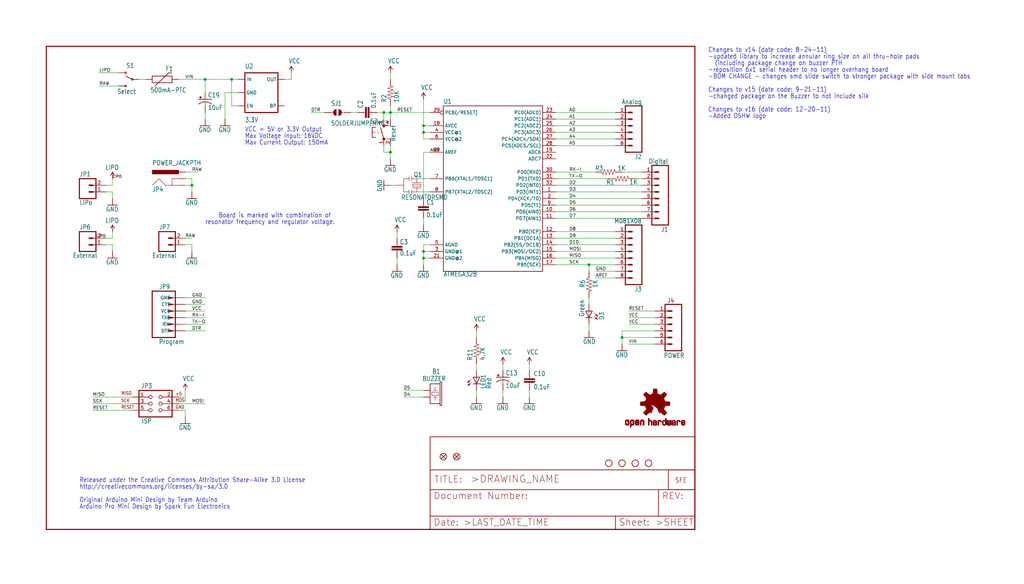
<source format=kicad_sch>
(kicad_sch (version 20211123) (generator eeschema)
  (paper "User" 393.04 224.18)
  (lib_symbols
    (symbol "eagleSchem-eagle-import:3.3V" (power)
      (property "Value" "3.3V" (at -1.016 3.556 0))
      (symbol "3.3V_1_0"
        (pin power_in line (at 0 0 90) (length 2.54) (name "3.3V") (number "1"))
      )
    )
    (symbol "eagleSchem-eagle-import:ARDUINO_SERIAL_PROGRAMSMD"
      (property "Reference" "JP" (at -5.08 10.922 0))
      (property "Value" "ARDUINO_SERIAL_PROGRAMSMD" (at -5.08 -10.16 0))
      (symbol "ARDUINO_SERIAL_PROGRAMSMD_1_0"
        (pin passive line (at 5.08 -5.08 180) (length 5.08) (name "DTR") (number "1"))
        (pin passive line (at 5.08 -2.54 180) (length 5.08) (name "RXI") (number "2"))
        (pin passive line (at 5.08 0 180) (length 5.08) (name "TXO") (number "3"))
        (pin passive line (at 5.08 2.54 180) (length 5.08) (name "VCC") (number "4"))
        (pin passive line (at 5.08 5.08 180) (length 5.08) (name "CTS") (number "5"))
        (pin passive line (at 5.08 7.62 180) (length 5.08) (name "GND") (number "6"))
      )
    )
    (symbol "eagleSchem-eagle-import:ATMEGA168"
      (property "Reference" "U" (at -17.78 -38.1 0))
      (property "Value" "ATMEGA168" (at -17.78 28.448 0))
      (symbol "ATMEGA168_1_0"
        (pin bidirectional line (at 25.4 -5.08 180) (length 5.08) (name "PD3(INT1)") (number "1"))
        (pin bidirectional line (at 25.4 -12.7 180) (length 5.08) (name "PD6(AIN0)") (number "10"))
        (pin bidirectional line (at 25.4 -15.24 180) (length 5.08) (name "PD7(AIN1)") (number "11"))
        (pin bidirectional line (at 25.4 -20.32 180) (length 5.08) (name "PB0(ICP)") (number "12"))
        (pin bidirectional line (at 25.4 -22.86 180) (length 5.08) (name "PB1(OC1A)") (number "13"))
        (pin bidirectional line (at 25.4 -25.4 180) (length 5.08) (name "PB2(SS/OC1B)") (number "14"))
        (pin bidirectional line (at 25.4 -27.94 180) (length 5.08) (name "PB3(MOSI/OC2)") (number "15"))
        (pin bidirectional line (at 25.4 -30.48 180) (length 5.08) (name "PB4(MISO)") (number "16"))
        (pin bidirectional line (at 25.4 -33.02 180) (length 5.08) (name "PB5(SCK)") (number "17"))
        (pin bidirectional line (at -22.86 20.32 0) (length 5.08) (name "AVCC") (number "18"))
        (pin bidirectional line (at 25.4 10.16 180) (length 5.08) (name "ADC6") (number "19"))
        (pin bidirectional line (at 25.4 -7.62 180) (length 5.08) (name "PD4(XCK/T0)") (number "2"))
        (pin bidirectional line (at -22.86 10.16 0) (length 5.08) (name "AREF") (number "20"))
        (pin bidirectional line (at -22.86 -30.48 0) (length 5.08) (name "GND@2") (number "21"))
        (pin bidirectional line (at 25.4 7.62 180) (length 5.08) (name "ADC7") (number "22"))
        (pin bidirectional line (at 25.4 25.4 180) (length 5.08) (name "PC0(ADC0)") (number "23"))
        (pin bidirectional line (at 25.4 22.86 180) (length 5.08) (name "PC1(ADC1)") (number "24"))
        (pin bidirectional line (at 25.4 20.32 180) (length 5.08) (name "PC2(ADC2)") (number "25"))
        (pin bidirectional line (at 25.4 17.78 180) (length 5.08) (name "PC3(ADC3)") (number "26"))
        (pin bidirectional line (at 25.4 15.24 180) (length 5.08) (name "PC4(ADC4/SDA)") (number "27"))
        (pin bidirectional line (at 25.4 12.7 180) (length 5.08) (name "PC5(ADC5/SCL)") (number "28"))
        (pin bidirectional inverted (at -22.86 25.4 0) (length 5.08) (name "PC6(/RESET)") (number "29"))
        (pin bidirectional line (at -22.86 -27.94 0) (length 5.08) (name "GND@1") (number "3"))
        (pin bidirectional line (at 25.4 2.54 180) (length 5.08) (name "PD0(RXD)") (number "30"))
        (pin bidirectional line (at 25.4 0 180) (length 5.08) (name "PD1(TXD)") (number "31"))
        (pin bidirectional line (at 25.4 -2.54 180) (length 5.08) (name "PD2(INT0)") (number "32"))
        (pin bidirectional line (at -22.86 17.78 0) (length 5.08) (name "VCC@1") (number "4"))
        (pin bidirectional line (at -22.86 -25.4 0) (length 5.08) (name "AGND") (number "5"))
        (pin bidirectional line (at -22.86 15.24 0) (length 5.08) (name "VCC@2") (number "6"))
        (pin bidirectional line (at -22.86 0 0) (length 5.08) (name "PB6(XTAL1/TOSC1)") (number "7"))
        (pin bidirectional line (at -22.86 -5.08 0) (length 5.08) (name "PB7(XTAL2/TOSC2)") (number "8"))
        (pin bidirectional line (at 25.4 -10.16 180) (length 5.08) (name "PD5(T1)") (number "9"))
      )
    )
    (symbol "eagleSchem-eagle-import:AVR_SPI_PRG_6PTH"
      (property "Reference" "J" (at -4.318 5.842 0))
      (property "Value" "AVR_SPI_PRG_6PTH" (at -4.064 -7.62 0))
      (symbol "AVR_SPI_PRG_6PTH_1_0"
        (text "+5" (at 8.89 3.048 0) (effects (font (size 1.27 1.0795)) (justify left bottom)))
        (text "GND" (at 8.89 -2.032 0) (effects (font (size 1.27 1.0795)) (justify left bottom)))
        (text "MISO" (at -11.938 3.302 0) (effects (font (size 1.27 1.0795)) (justify left bottom)))
        (text "MOSI" (at 8.89 0.635 0) (effects (font (size 1.27 1.0795)) (justify left bottom)))
        (text "RESET" (at -11.938 -2.032 0) (effects (font (size 1.27 1.0795)) (justify left bottom)))
        (text "SCK" (at -11.938 0.508 0) (effects (font (size 1.27 1.0795)) (justify left bottom)))
        (pin passive inverted (at -7.62 2.54 0) (length 7.62) (name "1") (number "1"))
        (pin passive inverted (at 10.16 2.54 180) (length 7.62) (name "2") (number "2"))
        (pin passive inverted (at -7.62 0 0) (length 7.62) (name "3") (number "3"))
        (pin passive inverted (at 10.16 0 180) (length 7.62) (name "4") (number "4"))
        (pin passive inverted (at -7.62 -2.54 0) (length 7.62) (name "5") (number "5"))
        (pin passive inverted (at 10.16 -2.54 180) (length 7.62) (name "6") (number "6"))
      )
    )
    (symbol "eagleSchem-eagle-import:BUZZERPTH-NS-KIT"
      (property "Reference" "SG" (at -2.54 5.08 0))
      (property "Value" "BUZZERPTH-NS-KIT" (at 6.35 0 0))
      (symbol "BUZZERPTH-NS-KIT_1_0"
        (pin passive line (at 0 -2.54 90) (length 2.54) (name "1") (number "+"))
        (pin passive line (at 2.54 -2.54 90) (length 2.54) (name "2") (number "-"))
      )
    )
    (symbol "eagleSchem-eagle-import:CAP0402-CAP"
      (property "Reference" "C" (at 1.524 2.921 0))
      (property "Value" "CAP0402-CAP" (at 1.524 -2.159 0))
      (symbol "CAP0402-CAP_1_0"
        (pin passive line (at 0 5.08 270) (length 2.54) (name "1") (number "1"))
        (pin passive line (at 0 -2.54 90) (length 2.54) (name "2") (number "2"))
      )
    )
    (symbol "eagleSchem-eagle-import:CAP_POL1206"
      (property "Reference" "C" (at 1.016 0.635 0))
      (property "Value" "CAP_POL1206" (at 1.016 -4.191 0))
      (symbol "CAP_POL1206_1_0"
        (pin passive line (at 0 2.54 270) (length 2.54) (name "+") (number "A"))
        (pin passive line (at 0 -5.08 90) (length 2.54) (name "-") (number "C"))
      )
    )
    (symbol "eagleSchem-eagle-import:FIDUCIAL1X2.5")
    (symbol "eagleSchem-eagle-import:FRAME-LETTER"
      (symbol "FRAME-LETTER_2_0"
        (text ">DRAWING_NAME" (at 15.494 17.78 0) (effects (font (size 2.7432 2.7432)) (justify left bottom)))
        (text ">LAST_DATE_TIME" (at 12.7 1.27 0) (effects (font (size 2.54 2.54)) (justify left bottom)))
        (text ">SHEET" (at 86.36 1.27 0) (effects (font (size 2.54 2.54)) (justify left bottom)))
        (text "Date:" (at 1.27 1.27 0) (effects (font (size 2.54 2.54)) (justify left bottom)))
        (text "Document Number:" (at 1.27 11.43 0) (effects (font (size 2.54 2.54)) (justify left bottom)))
        (text "REV:" (at 88.9 11.43 0) (effects (font (size 2.54 2.54)) (justify left bottom)))
        (text "Sheet:" (at 72.39 1.27 0) (effects (font (size 2.54 2.54)) (justify left bottom)))
        (text "TITLE:" (at 1.524 17.78 0) (effects (font (size 2.54 2.54)) (justify left bottom)))
      )
    )
    (symbol "eagleSchem-eagle-import:GND" (power)
      (property "Value" "GND" (at -2.54 -2.54 0))
      (symbol "GND_1_0"
        (pin power_in line (at 0 2.54 270) (length 2.54) (name "GND") (number "1"))
      )
    )
    (symbol "eagleSchem-eagle-import:LED0603"
      (property "Reference" "LED" (at 3.556 -4.572 90))
      (property "Value" "LED0603" (at 5.715 -4.572 90))
      (symbol "LED0603_1_0"
        (pin passive line (at 0 2.54 270) (length 2.54) (name "A") (number "A"))
        (pin passive line (at 0 -5.08 90) (length 2.54) (name "C") (number "C"))
      )
    )
    (symbol "eagleSchem-eagle-import:LOGO-SFENEW"
      (symbol "LOGO-SFENEW_1_0"
        (text "SFE" (at 0 0 0) (effects (font (size 1.9304 1.6408)) (justify left bottom)))
      )
    )
    (symbol "eagleSchem-eagle-import:M02-JST-2MM-SMT"
      (property "Reference" "JP" (at -2.54 5.842 0))
      (property "Value" "M02-JST-2MM-SMT" (at -2.54 -5.08 0))
      (symbol "M02-JST-2MM-SMT_1_0"
        (pin passive line (at 7.62 0 180) (length 5.08) (name "1") (number "1"))
        (pin passive line (at 7.62 2.54 180) (length 5.08) (name "2") (number "2"))
      )
    )
    (symbol "eagleSchem-eagle-import:M02PTH"
      (property "Reference" "JP" (at -2.54 5.842 0))
      (property "Value" "M02PTH" (at -2.54 -5.08 0))
      (symbol "M02PTH_1_0"
        (pin passive line (at 7.62 0 180) (length 5.08) (name "1") (number "1"))
        (pin passive line (at 7.62 2.54 180) (length 5.08) (name "2") (number "2"))
      )
    )
    (symbol "eagleSchem-eagle-import:M06SIP"
      (property "Reference" "JP" (at -5.08 10.922 0))
      (property "Value" "M06SIP" (at -5.08 -10.16 0))
      (symbol "M06SIP_1_0"
        (pin passive line (at 5.08 -5.08 180) (length 5.08) (name "1") (number "1"))
        (pin passive line (at 5.08 -2.54 180) (length 5.08) (name "2") (number "2"))
        (pin passive line (at 5.08 0 180) (length 5.08) (name "3") (number "3"))
        (pin passive line (at 5.08 2.54 180) (length 5.08) (name "4") (number "4"))
        (pin passive line (at 5.08 5.08 180) (length 5.08) (name "5") (number "5"))
        (pin passive line (at 5.08 7.62 180) (length 5.08) (name "6") (number "6"))
      )
    )
    (symbol "eagleSchem-eagle-import:M081X08"
      (property "Reference" "JP" (at -5.08 13.462 0))
      (property "Value" "M081X08" (at -5.08 -12.7 0))
      (symbol "M081X08_1_0"
        (pin passive line (at 5.08 -7.62 180) (length 5.08) (name "1") (number "1"))
        (pin passive line (at 5.08 -5.08 180) (length 5.08) (name "2") (number "2"))
        (pin passive line (at 5.08 -2.54 180) (length 5.08) (name "3") (number "3"))
        (pin passive line (at 5.08 0 180) (length 5.08) (name "4") (number "4"))
        (pin passive line (at 5.08 2.54 180) (length 5.08) (name "5") (number "5"))
        (pin passive line (at 5.08 5.08 180) (length 5.08) (name "6") (number "6"))
        (pin passive line (at 5.08 7.62 180) (length 5.08) (name "7") (number "7"))
        (pin passive line (at 5.08 10.16 180) (length 5.08) (name "8") (number "8"))
      )
    )
    (symbol "eagleSchem-eagle-import:OSHW-LOGOL")
    (symbol "eagleSchem-eagle-import:POWER_JACKPTH"
      (property "Reference" "J" (at -10.16 0 0))
      (property "Value" "POWER_JACKPTH" (at -10.16 10.16 0))
      (symbol "POWER_JACKPTH_1_0"
        (pin bidirectional line (at 2.54 2.54 180) (length 2.54) (name "GND") (number "GND"))
        (pin bidirectional line (at 2.54 5.08 180) (length 2.54) (name "GNDBREAK") (number "GNDBREAK"))
        (pin bidirectional line (at 2.54 7.62 180) (length 2.54) (name "PWR") (number "PWR"))
      )
    )
    (symbol "eagleSchem-eagle-import:PTCSMD"
      (property "Reference" "F" (at -2.54 3.048 0))
      (property "Value" "PTCSMD" (at -3.302 -5.08 0))
      (symbol "PTCSMD_1_0"
        (pin bidirectional line (at -5.08 0 0) (length 2.54) (name "1") (number "1"))
        (pin bidirectional line (at 7.62 0 180) (length 2.54) (name "2") (number "2"))
      )
    )
    (symbol "eagleSchem-eagle-import:RESISTOR0402-RES"
      (property "Reference" "R" (at -3.81 1.4986 0))
      (property "Value" "RESISTOR0402-RES" (at -3.81 -3.302 0))
      (symbol "RESISTOR0402-RES_1_0"
        (pin passive line (at -5.08 0 0) (length 2.54) (name "1") (number "1"))
        (pin passive line (at 5.08 0 180) (length 2.54) (name "2") (number "2"))
      )
    )
    (symbol "eagleSchem-eagle-import:RESONATORSMD"
      (property "Reference" "Y" (at 2.54 1.016 0))
      (property "Value" "RESONATORSMD" (at 2.54 -7.62 0))
      (symbol "RESONATORSMD_1_0"
        (pin passive line (at -2.54 0 0) (length 0) (name "1") (number "1"))
        (pin passive line (at 0 -7.62 90) (length 0) (name "2") (number "2"))
        (pin passive line (at 2.54 0 180) (length 0) (name "3") (number "3"))
      )
    )
    (symbol "eagleSchem-eagle-import:SOLDERJUMPERNC2"
      (property "Reference" "SJ" (at -2.54 2.54 0))
      (property "Value" "SOLDERJUMPERNC2" (at -2.54 -5.08 0))
      (symbol "SOLDERJUMPERNC2_1_0"
        (pin passive line (at -5.08 0 0) (length 2.54) (name "1") (number "1"))
        (pin passive line (at 5.08 0 180) (length 2.54) (name "2") (number "2"))
      )
    )
    (symbol "eagleSchem-eagle-import:STAND-OFF")
    (symbol "eagleSchem-eagle-import:SWITCH-SPST-SMD-A"
      (property "Reference" "S" (at -1.905 -6.35 0))
      (property "Value" "SWITCH-SPST-SMD-A" (at -2.54 3.81 0))
      (symbol "SWITCH-SPST-SMD-A_1_0"
        (pin passive line (at 5.08 2.54 180) (length 2.54) (name "O") (number "1"))
        (pin passive line (at -2.54 0 0) (length 2.54) (name "P") (number "2"))
        (pin passive line (at 5.08 -2.54 180) (length 2.54) (name "S") (number "3"))
      )
    )
    (symbol "eagleSchem-eagle-import:TAC_SWITCHSMD"
      (property "Reference" "S" (at -2.54 6.35 0))
      (property "Value" "TAC_SWITCHSMD" (at -2.54 -6.35 0))
      (symbol "TAC_SWITCHSMD_1_0"
        (pin passive line (at -5.08 0 0) (length 2.54) (name "1") (number "1"))
        (pin passive line (at -5.08 -2.54 0) (length 2.54) (name "2") (number "2"))
        (pin passive line (at 5.08 0 180) (length 2.54) (name "3") (number "3"))
        (pin passive line (at 5.08 -2.54 180) (length 2.54) (name "4") (number "4"))
      )
    )
    (symbol "eagleSchem-eagle-import:VCC" (power)
      (property "Value" "VCC" (at -1.016 3.556 0))
      (symbol "VCC_1_0"
        (pin power_in line (at 0 0 90) (length 2.54) (name "VCC") (number "1"))
      )
    )
    (symbol "eagleSchem-eagle-import:V_REG_LDOSMD"
      (property "Reference" "U" (at -7.62 9.144 0))
      (property "Value" "V_REG_LDOSMD" (at -7.62 -11.43 0))
      (symbol "V_REG_LDOSMD_1_0"
        (pin input line (at -10.16 5.08 0) (length 2.54) (name "IN") (number "1"))
        (pin input line (at -10.16 0 0) (length 2.54) (name "GND") (number "2"))
        (pin input line (at -10.16 -5.08 0) (length 2.54) (name "EN") (number "3"))
        (pin input line (at 7.62 -5.08 180) (length 2.54) (name "BP") (number "4"))
        (pin passive line (at 7.62 5.08 180) (length 2.54) (name "OUT") (number "5"))
      )
    )
  )
  (junction (at 147.32 43.18))
  (junction (at 162.56 50.8))
  (junction (at 149.86 58.42))
  (junction (at 149.86 43.18))
  (junction (at 226.06 101.6))
  (junction (at 238.76 129.54))
  (junction (at 88.9 30.48))
  (junction (at 162.56 48.26))
  (junction (at 73.66 71.12))
  (junction (at 78.74 30.48))
  (junction (at 162.56 99.06))
  (junction (at 162.56 96.52))
  (wire (pts (xy 213.36 93.98) (xy 236.22 93.98)))
  (wire (pts (xy 236.22 104.14) (xy 228.6 104.14)))
  (wire (pts (xy 88.9 30.48) (xy 91.44 30.48)))
  (wire (pts (xy 213.36 99.06) (xy 236.22 99.06)))
  (wire (pts (xy 243.84 68.58) (xy 246.38 68.58)))
  (wire (pts (xy 147.32 55.88) (xy 147.32 58.42)))
  (wire (pts (xy 91.44 40.64) (xy 88.9 40.64)))
  (wire (pts (xy 165.1 99.06) (xy 162.56 99.06)))
  (wire (pts (xy 50.8 152.4) (xy 35.56 152.4)))
  (wire (pts (xy 213.36 76.2) (xy 246.38 76.2)))
  (wire (pts (xy 162.56 149.86) (xy 154.94 149.86)))
  (wire (pts (xy 165.1 93.98) (xy 162.56 93.98)))
  (wire (pts (xy 182.88 142.24) (xy 182.88 139.7)))
  (wire (pts (xy 182.88 127) (xy 182.88 129.54)))
  (wire (pts (xy 45.72 27.94) (xy 38.1 27.94)))
  (wire (pts (xy 251.46 119.38) (xy 241.3 119.38)))
  (wire (pts (xy 162.56 48.26) (xy 162.56 38.1)))
  (wire (pts (xy 213.36 50.8) (xy 236.22 50.8)))
  (wire (pts (xy 165.1 96.52) (xy 162.56 96.52)))
  (wire (pts (xy 213.36 96.52) (xy 236.22 96.52)))
  (wire (pts (xy 213.36 101.6) (xy 226.06 101.6)))
  (wire (pts (xy 226.06 104.14) (xy 226.06 101.6)))
  (wire (pts (xy 162.56 152.4) (xy 154.94 152.4)))
  (wire (pts (xy 236.22 91.44) (xy 213.36 91.44)))
  (wire (pts (xy 68.58 152.4) (xy 71.12 152.4)))
  (wire (pts (xy 71.12 116.84) (xy 78.74 116.84)))
  (wire (pts (xy 165.1 50.8) (xy 162.56 50.8)))
  (wire (pts (xy 43.18 93.98) (xy 43.18 96.52)))
  (wire (pts (xy 251.46 124.46) (xy 241.3 124.46)))
  (wire (pts (xy 40.64 73.66) (xy 43.18 73.66)))
  (wire (pts (xy 165.1 43.18) (xy 149.86 43.18)))
  (wire (pts (xy 226.06 127) (xy 226.06 124.46)))
  (wire (pts (xy 73.66 93.98) (xy 73.66 96.52)))
  (wire (pts (xy 165.1 73.66) (xy 160.02 73.66)))
  (wire (pts (xy 165.1 58.42) (xy 162.56 58.42)))
  (wire (pts (xy 149.86 71.12) (xy 152.4 71.12)))
  (wire (pts (xy 43.18 91.44) (xy 43.18 88.9)))
  (wire (pts (xy 213.36 55.88) (xy 236.22 55.88)))
  (wire (pts (xy 236.22 106.68) (xy 228.6 106.68)))
  (wire (pts (xy 203.2 139.7) (xy 203.2 142.24)))
  (wire (pts (xy 213.36 73.66) (xy 246.38 73.66)))
  (wire (pts (xy 68.58 157.48) (xy 71.12 157.48)))
  (wire (pts (xy 162.56 99.06) (xy 162.56 101.6)))
  (wire (pts (xy 71.12 157.48) (xy 71.12 160.02)))
  (wire (pts (xy 144.78 43.18) (xy 147.32 43.18)))
  (wire (pts (xy 71.12 121.92) (xy 78.74 121.92)))
  (wire (pts (xy 40.64 91.44) (xy 43.18 91.44)))
  (wire (pts (xy 152.4 101.6) (xy 152.4 99.06)))
  (wire (pts (xy 251.46 121.92) (xy 241.3 121.92)))
  (wire (pts (xy 213.36 45.72) (xy 236.22 45.72)))
  (wire (pts (xy 193.04 152.4) (xy 193.04 149.86)))
  (wire (pts (xy 149.86 43.18) (xy 149.86 45.72)))
  (wire (pts (xy 162.56 53.34) (xy 162.56 50.8)))
  (wire (pts (xy 162.56 76.2) (xy 162.56 58.42)))
  (wire (pts (xy 68.58 154.94) (xy 78.74 154.94)))
  (wire (pts (xy 149.86 43.18) (xy 149.86 40.64)))
  (wire (pts (xy 71.12 124.46) (xy 78.74 124.46)))
  (wire (pts (xy 162.56 50.8) (xy 162.56 48.26)))
  (wire (pts (xy 236.22 43.18) (xy 213.36 43.18)))
  (wire (pts (xy 43.18 76.2) (xy 43.18 73.66)))
  (wire (pts (xy 147.32 58.42) (xy 149.86 58.42)))
  (wire (pts (xy 91.44 35.56) (xy 86.36 35.56)))
  (wire (pts (xy 213.36 83.82) (xy 246.38 83.82)))
  (wire (pts (xy 238.76 127) (xy 238.76 129.54)))
  (wire (pts (xy 213.36 53.34) (xy 236.22 53.34)))
  (wire (pts (xy 213.36 66.04) (xy 228.6 66.04)))
  (wire (pts (xy 226.06 114.3) (xy 226.06 116.84)))
  (wire (pts (xy 165.1 53.34) (xy 162.56 53.34)))
  (wire (pts (xy 86.36 35.56) (xy 86.36 45.72)))
  (wire (pts (xy 50.8 157.48) (xy 35.56 157.48)))
  (wire (pts (xy 162.56 86.36) (xy 162.56 83.82)))
  (wire (pts (xy 109.22 30.48) (xy 111.76 30.48)))
  (wire (pts (xy 78.74 45.72) (xy 78.74 43.18)))
  (wire (pts (xy 162.56 93.98) (xy 162.56 96.52)))
  (wire (pts (xy 182.88 152.4) (xy 182.88 149.86)))
  (wire (pts (xy 73.66 71.12) (xy 73.66 73.66)))
  (wire (pts (xy 160.02 68.58) (xy 165.1 68.58)))
  (wire (pts (xy 165.1 48.26) (xy 162.56 48.26)))
  (wire (pts (xy 71.12 91.44) (xy 73.66 91.44)))
  (wire (pts (xy 251.46 132.08) (xy 241.3 132.08)))
  (wire (pts (xy 71.12 71.12) (xy 73.66 71.12)))
  (wire (pts (xy 213.36 71.12) (xy 246.38 71.12)))
  (wire (pts (xy 149.86 27.94) (xy 149.86 30.48)))
  (wire (pts (xy 68.58 30.48) (xy 78.74 30.48)))
  (wire (pts (xy 78.74 35.56) (xy 78.74 30.48)))
  (wire (pts (xy 88.9 40.64) (xy 88.9 30.48)))
  (wire (pts (xy 71.12 152.4) (xy 71.12 149.86)))
  (wire (pts (xy 43.18 68.58) (xy 43.18 71.12)))
  (wire (pts (xy 71.12 68.58) (xy 73.66 68.58)))
  (wire (pts (xy 213.36 88.9) (xy 236.22 88.9)))
  (wire (pts (xy 40.64 71.12) (xy 43.18 71.12)))
  (wire (pts (xy 238.76 66.04) (xy 246.38 66.04)))
  (wire (pts (xy 213.36 68.58) (xy 233.68 68.58)))
  (wire (pts (xy 134.62 43.18) (xy 137.16 43.18)))
  (wire (pts (xy 53.34 30.48) (xy 55.88 30.48)))
  (wire (pts (xy 193.04 139.7) (xy 193.04 142.24)))
  (wire (pts (xy 45.72 33.02) (xy 38.1 33.02)))
  (wire (pts (xy 226.06 101.6) (xy 236.22 101.6)))
  (wire (pts (xy 162.56 96.52) (xy 162.56 99.06)))
  (wire (pts (xy 251.46 129.54) (xy 238.76 129.54)))
  (wire (pts (xy 111.76 30.48) (xy 111.76 27.94)))
  (wire (pts (xy 71.12 93.98) (xy 73.66 93.98)))
  (wire (pts (xy 213.36 78.74) (xy 246.38 78.74)))
  (wire (pts (xy 213.36 81.28) (xy 246.38 81.28)))
  (wire (pts (xy 50.8 154.94) (xy 35.56 154.94)))
  (wire (pts (xy 213.36 48.26) (xy 236.22 48.26)))
  (wire (pts (xy 238.76 129.54) (xy 238.76 132.08)))
  (wire (pts (xy 149.86 58.42) (xy 149.86 60.96)))
  (wire (pts (xy 124.46 43.18) (xy 119.38 43.18)))
  (wire (pts (xy 73.66 68.58) (xy 73.66 71.12)))
  (wire (pts (xy 40.64 93.98) (xy 43.18 93.98)))
  (wire (pts (xy 71.12 127) (xy 78.74 127)))
  (wire (pts (xy 78.74 30.48) (xy 88.9 30.48)))
  (wire (pts (xy 71.12 114.3) (xy 78.74 114.3)))
  (wire (pts (xy 149.86 58.42) (xy 149.86 55.88)))
  (wire (pts (xy 71.12 119.38) (xy 78.74 119.38)))
  (wire (pts (xy 251.46 127) (xy 238.76 127)))
  (wire (pts (xy 203.2 152.4) (xy 203.2 149.86)))
  (wire (pts (xy 152.4 88.9) (xy 152.4 91.44)))
  (wire (pts (xy 147.32 45.72) (xy 147.32 43.18)))
  (wire (pts (xy 147.32 43.18) (xy 149.86 43.18)))
  (wire (pts (xy 71.12 66.04) (xy 76.2 66.04)))
  (text "Changes to v16 (date code: 12-20-11)" (at 271.78 43.18 180) (effects (font (size 1.778 1.5113)) (justify left bottom)))
  (text "-Added OSHW logo" (at 271.78 45.72 180) (effects (font (size 1.778 1.5113)) (justify left bottom)))
  (text "Released under the Creative Commons Attribution Share-Alike 3.0 License" (at 30.48 185.42 0) (effects (font (size 1.778 1.5113)) (justify left bottom)))
  (text "(including package change on buzzer PTH" (at 274.32 25.4 180) (effects (font (size 1.778 1.5113)) (justify left bottom)))
  (text "-reposition 6x1 serial header to no longer overhang board" (at 271.78 27.94 0) (effects (font (size 1.778 1.5113)) (justify left bottom)))
  (text "Max Current Output: 150mA" (at 93.98 55.88 180) (effects (font (size 1.778 1.5113)) (justify left bottom)))
  (text "-updated library to increase annular ring size on all thru-hole pads" (at 271.78 22.86 0) (effects (font (size 1.778 1.5113)) (justify left bottom)))
  (text "http://creativecommons.org/licenses/by-sa/3.0" (at 30.48 187.96 180) (effects (font (size 1.778 1.5113)) (justify left bottom)))
  (text "Changes to v15 (date code: 9-21-11)" (at 271.78 35.56 180) (effects (font (size 1.778 1.5113)) (justify left bottom)))
  (text "resonator frequency and regulator voltage." (at 78.74 86.36 180) (effects (font (size 1.778 1.5113)) (justify left bottom)))
  (text "Board is marked with combination of" (at 83.82 83.82 180) (effects (font (size 1.778 1.5113)) (justify left bottom)))
  (text "Changes to v14 (date code: 8-24-11)" (at 271.78 20.32 180) (effects (font (size 1.778 1.5113)) (justify left bottom)))
  (text "Arduino Pro Mini Design by Spark Fun Electronics" (at 30.48 195.58 180) (effects (font (size 1.778 1.5113)) (justify left bottom)))
  (text "-BOM CHANGE - changes smd slide switch to stronger package with side mount tabs" (at 271.78 30.48 0) (effects (font (size 1.778 1.5113)) (justify left bottom)))
  (text "VCC = 5V or 3.3V Output" (at 93.98 50.8 180) (effects (font (size 1.778 1.5113)) (justify left bottom)))
  (text "-changed package on the Buzzer to not include silk" (at 271.78 38.1 0) (effects (font (size 1.778 1.5113)) (justify left bottom)))
  (text "Original Arduino Mini Design by Team Arduino" (at 30.48 193.04 180) (effects (font (size 1.778 1.5113)) (justify left bottom)))
  (text "Max Voltage Input: 16VDC" (at 93.98 53.34 180) (effects (font (size 1.778 1.5113)) (justify left bottom)))
  (label "D3" (at 218.44 73.66 0) (effects (font (size 1.2446 1.2446))))
  (label "AREF" (at 165.1 58.42 0) (effects (font (size 1.016 1.016))))
  (label "RX-I" (at 73.66 121.92 0) (effects (font (size 1.2446 1.2446))))
  (label "MOSI" (at 73.66 154.94 0) (effects (font (size 1.2446 1.2446))))
  (label "RESET" (at 241.3 119.38 0) (effects (font (size 1.2446 1.2446))))
  (label "D4" (at 218.44 76.2 0) (effects (font (size 1.2446 1.2446))))
  (label "GND" (at 73.66 116.84 0) (effects (font (size 1.2446 1.2446))))
  (label "RESET" (at 35.56 157.48 0) (effects (font (size 1.2446 1.2446))))
  (label "SCK" (at 218.44 101.6 0) (effects (font (size 1.2446 1.2446))))
  (label "VIN" (at 241.3 132.08 0) (effects (font (size 1.2446 1.2446))))
  (label "RX-I" (at 218.44 66.04 0) (effects (font (size 1.2446 1.2446))))
  (label "A0" (at 218.44 43.18 0) (effects (font (size 1.2446 1.2446))))
  (label "D5" (at 218.44 78.74 0) (effects (font (size 1.2446 1.2446))))
  (label "D8" (at 218.44 88.9 0) (effects (font (size 1.2446 1.2446))))
  (label "RAW" (at 73.66 66.04 0) (effects (font (size 1.2446 1.2446))))
  (label "VCC" (at 241.3 121.92 0) (effects (font (size 1.2446 1.2446))))
  (label "TX-O" (at 218.44 68.58 0) (effects (font (size 1.2446 1.2446))))
  (label "VCC" (at 73.66 119.38 0) (effects (font (size 1.2446 1.2446))))
  (label "D9" (at 218.44 91.44 0) (effects (font (size 1.2446 1.2446))))
  (label "MISO" (at 218.44 99.06 0) (effects (font (size 1.2446 1.2446))))
  (label "AREF" (at 228.6 106.68 0) (effects (font (size 1.2446 1.2446))))
  (label "LIPO" (at 43.18 68.58 0) (effects (font (size 1.016 1.016))))
  (label "RESET" (at 152.4 43.18 0) (effects (font (size 1.2446 1.2446))))
  (label "D7" (at 218.44 83.82 0) (effects (font (size 1.2446 1.2446))))
  (label "D2" (at 218.44 71.12 0) (effects (font (size 1.2446 1.2446))))
  (label "LIPO" (at 38.1 27.94 0) (effects (font (size 1.2446 1.2446))))
  (label "MOSI" (at 218.44 96.52 0) (effects (font (size 1.2446 1.2446))))
  (label "SCK" (at 35.56 154.94 0) (effects (font (size 1.2446 1.2446))))
  (label "RAW" (at 71.12 91.44 0) (effects (font (size 1.2446 1.2446))))
  (label "TX-O" (at 73.66 124.46 0) (effects (font (size 1.2446 1.2446))))
  (label "D6" (at 218.44 81.28 0) (effects (font (size 1.2446 1.2446))))
  (label "LIPO" (at 40.64 91.44 180) (effects (font (size 1.016 1.016))))
  (label "D4" (at 154.94 152.4 0) (effects (font (size 1.2446 1.2446))))
  (label "A2" (at 218.44 48.26 0) (effects (font (size 1.2446 1.2446))))
  (label "A3" (at 218.44 50.8 0) (effects (font (size 1.2446 1.2446))))
  (label "D5" (at 154.94 149.86 0) (effects (font (size 1.2446 1.2446))))
  (label "A5" (at 218.44 55.88 0) (effects (font (size 1.2446 1.2446))))
  (label "MISO" (at 35.56 152.4 0) (effects (font (size 1.2446 1.2446))))
  (label "A1" (at 218.44 45.72 0) (effects (font (size 1.2446 1.2446))))
  (label "D10" (at 218.44 93.98 0) (effects (font (size 1.2446 1.2446))))
  (label "DTR" (at 119.38 43.18 0) (effects (font (size 1.2446 1.2446))))
  (label "VIN" (at 71.12 30.48 0) (effects (font (size 1.2446 1.2446))))
  (label "GND" (at 73.66 114.3 0) (effects (font (size 1.2446 1.2446))))
  (label "A4" (at 218.44 53.34 0) (effects (font (size 1.2446 1.2446))))
  (label "VCC" (at 241.3 124.46 0) (effects (font (size 1.2446 1.2446))))
  (label "GND" (at 228.6 104.14 0) (effects (font (size 1.2446 1.2446))))
  (label "RAW" (at 38.1 33.02 0) (effects (font (size 1.2446 1.2446))))
  (label "DTR" (at 73.66 127 0) (effects (font (size 1.2446 1.2446))))
  (symbol (lib_id "eagleSchem-eagle-import:PTCSMD") (at 60.96 30.48 0) (unit 1)
    (property "Reference" "F1" (at 63.5 27.432 0) (effects (font (size 1.778 1.5113)) (justify left bottom)))
    (property "Value" "500mA-PTC" (at 57.658 35.56 0) (effects (font (size 1.778 1.5113)) (justify left bottom)))
    (property "Footprint" "eagleSchem:PTC-1206" (effects hide))
  )
  (symbol (lib_id "eagleSchem-eagle-import:SOLDERJUMPERNC2") (at 129.54 43.18 0) (unit 1)
    (property "Reference" "SJ1" (at 127 40.64 0) (effects (font (size 1.778 1.5113)) (justify left bottom)))
    (property "Value" "SOLDERJUMPERNC3" (at 127 48.26 0) (effects (font (size 1.778 1.5113)) (justify left bottom)))
    (property "Footprint" "eagleSchem:SJ_2S-NOTRACE" (effects hide))
  )
  (symbol (lib_id "eagleSchem-eagle-import:M02PTH") (at 63.5 93.98 0) (unit 1)
    (property "Reference" "JP7" (at 60.96 88.138 0) (effects (font (size 1.778 1.5113)) (justify left bottom)))
    (property "Value" "External" (at 58.42 99.06 0) (effects (font (size 1.778 1.5113)) (justify left bottom)))
    (property "Footprint" "eagleSchem:1X02" (effects hide))
  )
  (symbol (lib_id "eagleSchem-eagle-import:FIDUCIAL1X2.5") (at 170.18 175.26 0) (unit 1)
    (property "Reference" "JP2" (effects hide))
    (property "Value" "FIDUCIAL1X2.5" (effects hide))
    (property "Footprint" "eagleSchem:FIDUCIAL-1X2.5" (effects hide))
  )
  (symbol (lib_id "eagleSchem-eagle-import:VCC") (at 182.88 127 0) (unit 1)
    (property "Reference" "#P+6" (effects hide))
    (property "Value" "VCC" (at 181.864 123.444 0) (effects (font (size 1.778 1.5113)) (justify left bottom)))
    (property "Footprint" "eagleSchem:" (effects hide))
  )
  (symbol (lib_id "eagleSchem-eagle-import:AVR_SPI_PRG_6PTH") (at 58.42 154.94 0) (unit 1)
    (property "Reference" "JP3" (at 54.102 149.098 0) (effects (font (size 1.778 1.5113)) (justify left bottom)))
    (property "Value" "ISP" (at 54.356 162.56 0) (effects (font (size 1.778 1.5113)) (justify left bottom)))
    (property "Footprint" "eagleSchem:2X3" (effects hide))
  )
  (symbol (lib_id "eagleSchem-eagle-import:GND") (at 43.18 99.06 0) (unit 1)
    (property "Reference" "#GND10" (effects hide))
    (property "Value" "GND" (at 40.64 101.6 0) (effects (font (size 1.778 1.5113)) (justify left bottom)))
    (property "Footprint" "eagleSchem:" (effects hide))
  )
  (symbol (lib_id "eagleSchem-eagle-import:M02PTH") (at 33.02 93.98 0) (unit 1)
    (property "Reference" "JP6" (at 30.48 88.138 0) (effects (font (size 1.778 1.5113)) (justify left bottom)))
    (property "Value" "External" (at 27.94 99.06 0) (effects (font (size 1.778 1.5113)) (justify left bottom)))
    (property "Footprint" "eagleSchem:1X02" (effects hide))
  )
  (symbol (lib_id "eagleSchem-eagle-import:LED0603") (at 226.06 119.38 0) (mirror y) (unit 1)
    (property "Reference" "D3" (at 231.902 119.634 90) (effects (font (size 1.778 1.5113)) (justify right top)))
    (property "Value" "Green" (at 222.377 121.666 90) (effects (font (size 1.778 1.5113)) (justify left bottom)))
    (property "Footprint" "eagleSchem:LED-0603" (effects hide))
  )
  (symbol (lib_id "eagleSchem-eagle-import:BUZZERPTH-NS-KIT") (at 165.1 149.86 270) (unit 1)
    (property "Reference" "B1" (at 165.862 143.51 90) (effects (font (size 1.778 1.5113)) (justify left bottom)))
    (property "Value" "BUZZER" (at 162.052 146.304 90) (effects (font (size 1.778 1.5113)) (justify left bottom)))
    (property "Footprint" "eagleSchem:BUZZER-12MM-NS-KIT" (effects hide))
  )
  (symbol (lib_id "eagleSchem-eagle-import:ATMEGA168") (at 187.96 68.58 0) (unit 1)
    (property "Reference" "U1" (at 170.18 39.878 0) (effects (font (size 1.778 1.5113)) (justify left bottom)))
    (property "Value" "ATMEGA328" (at 170.18 106.172 0) (effects (font (size 1.778 1.5113)) (justify left bottom)))
    (property "Footprint" "eagleSchem:TQFP32-08" (effects hide))
  )
  (symbol (lib_id "eagleSchem-eagle-import:GND") (at 73.66 76.2 0) (unit 1)
    (property "Reference" "#GND24" (effects hide))
    (property "Value" "GND" (at 71.12 78.74 0) (effects (font (size 1.778 1.5113)) (justify left bottom)))
    (property "Footprint" "eagleSchem:" (effects hide))
  )
  (symbol (lib_id "eagleSchem-eagle-import:STAND-OFF") (at 233.68 177.8 0) (unit 1)
    (property "Reference" "U$1" (effects hide))
    (property "Value" "STAND-OFF" (effects hide))
    (property "Footprint" "eagleSchem:STAND-OFF" (effects hide))
  )
  (symbol (lib_id "eagleSchem-eagle-import:POWER_JACKPTH") (at 68.58 73.66 0) (unit 1)
    (property "Reference" "JP4" (at 58.42 73.66 0) (effects (font (size 1.778 1.5113)) (justify left bottom)))
    (property "Value" "POWER_JACKPTH" (at 58.42 63.5 0) (effects (font (size 1.778 1.5113)) (justify left bottom)))
    (property "Footprint" "eagleSchem:POWER_JACK_PTH" (effects hide))
  )
  (symbol (lib_id "eagleSchem-eagle-import:GND") (at 152.4 104.14 0) (unit 1)
    (property "Reference" "#GND1" (effects hide))
    (property "Value" "GND" (at 149.86 106.68 0) (effects (font (size 1.778 1.5113)) (justify left bottom)))
    (property "Footprint" "eagleSchem:" (effects hide))
  )
  (symbol (lib_id "eagleSchem-eagle-import:M081X08") (at 251.46 73.66 180) (unit 1)
    (property "Reference" "J1" (at 256.54 87.122 0) (effects (font (size 1.778 1.5113)) (justify left bottom)))
    (property "Value" "Digital" (at 256.54 60.96 0) (effects (font (size 1.778 1.5113)) (justify left bottom)))
    (property "Footprint" "eagleSchem:1X08" (effects hide))
  )
  (symbol (lib_id "eagleSchem-eagle-import:CAP0402-CAP") (at 162.56 78.74 180) (unit 1)
    (property "Reference" "C1" (at 163.576 78.613 0) (effects (font (size 1.778 1.5113)) (justify right top)))
    (property "Value" "0.1uF" (at 163.576 83.439 0) (effects (font (size 1.778 1.5113)) (justify right top)))
    (property "Footprint" "eagleSchem:0402-CAP" (effects hide))
  )
  (symbol (lib_id "eagleSchem-eagle-import:CAP0402-CAP") (at 152.4 93.98 180) (unit 1)
    (property "Reference" "C3" (at 153.416 93.853 0) (effects (font (size 1.778 1.5113)) (justify right top)))
    (property "Value" "0.1uF" (at 153.416 98.171 0) (effects (font (size 1.778 1.5113)) (justify right top)))
    (property "Footprint" "eagleSchem:0402-CAP" (effects hide))
  )
  (symbol (lib_id "eagleSchem-eagle-import:GND") (at 149.86 63.5 0) (unit 1)
    (property "Reference" "#GND3" (effects hide))
    (property "Value" "GND" (at 147.32 66.04 0) (effects (font (size 1.778 1.5113)) (justify left bottom)))
    (property "Footprint" "eagleSchem:" (effects hide))
  )
  (symbol (lib_id "eagleSchem-eagle-import:M06SIP") (at 256.54 124.46 180) (unit 1)
    (property "Reference" "J4" (at 256.032 116.332 0) (effects (font (size 1.778 1.5113)) (justify right top)))
    (property "Value" "POWER" (at 254.762 137.414 0) (effects (font (size 1.778 1.5113)) (justify right top)))
    (property "Footprint" "eagleSchem:1X06" (effects hide))
  )
  (symbol (lib_id "eagleSchem-eagle-import:STAND-OFF") (at 248.92 177.8 0) (unit 1)
    (property "Reference" "U$3" (effects hide))
    (property "Value" "STAND-OFF" (effects hide))
    (property "Footprint" "eagleSchem:STAND-OFF" (effects hide))
  )
  (symbol (lib_id "eagleSchem-eagle-import:RESISTOR0402-RES") (at 149.86 35.56 90) (unit 1)
    (property "Reference" "R2" (at 148.3614 39.37 0) (effects (font (size 1.778 1.5113)) (justify left bottom)))
    (property "Value" "10K" (at 153.162 39.37 0) (effects (font (size 1.778 1.5113)) (justify left bottom)))
    (property "Footprint" "eagleSchem:0402-RES" (effects hide))
  )
  (symbol (lib_id "eagleSchem-eagle-import:3.3V") (at 43.18 68.58 0) (unit 1)
    (property "Reference" "#P+10" (effects hide))
    (property "Value" "LIPO" (at 40.386 65.278 0) (effects (font (size 1.778 1.5113)) (justify left bottom)))
    (property "Footprint" "eagleSchem:" (effects hide))
  )
  (symbol (lib_id "eagleSchem-eagle-import:CAP0402-CAP") (at 203.2 147.32 0) (unit 1)
    (property "Reference" "C10" (at 204.724 144.399 0) (effects (font (size 1.778 1.5113)) (justify left bottom)))
    (property "Value" "0.1uF" (at 204.724 149.479 0) (effects (font (size 1.778 1.5113)) (justify left bottom)))
    (property "Footprint" "eagleSchem:0402-CAP" (effects hide))
  )
  (symbol (lib_id "eagleSchem-eagle-import:RESISTOR0402-RES") (at 182.88 134.62 90) (unit 1)
    (property "Reference" "R11" (at 181.3814 138.43 0) (effects (font (size 1.778 1.5113)) (justify left bottom)))
    (property "Value" "4.7K" (at 186.182 138.43 0) (effects (font (size 1.778 1.5113)) (justify left bottom)))
    (property "Footprint" "eagleSchem:0402-RES" (effects hide))
  )
  (symbol (lib_id "eagleSchem-eagle-import:GND") (at 203.2 154.94 0) (unit 1)
    (property "Reference" "#GND26" (effects hide))
    (property "Value" "GND" (at 200.66 157.48 0) (effects (font (size 1.778 1.5113)) (justify left bottom)))
    (property "Footprint" "eagleSchem:" (effects hide))
  )
  (symbol (lib_id "eagleSchem-eagle-import:GND") (at 193.04 154.94 0) (unit 1)
    (property "Reference" "#GND25" (effects hide))
    (property "Value" "GND" (at 190.5 157.48 0) (effects (font (size 1.778 1.5113)) (justify left bottom)))
    (property "Footprint" "eagleSchem:" (effects hide))
  )
  (symbol (lib_id "eagleSchem-eagle-import:M081X08") (at 241.3 96.52 180) (unit 1)
    (property "Reference" "J3" (at 246.38 109.982 0) (effects (font (size 1.778 1.5113)) (justify left bottom)))
    (property "Value" "M081X08" (at 246.38 83.82 0) (effects (font (size 1.778 1.5113)) (justify left bottom)))
    (property "Footprint" "eagleSchem:1X08" (effects hide))
  )
  (symbol (lib_id "eagleSchem-eagle-import:LED0603") (at 182.88 144.78 0) (unit 1)
    (property "Reference" "LED1" (at 186.436 149.352 90) (effects (font (size 1.778 1.5113)) (justify left bottom)))
    (property "Value" "Red" (at 188.595 149.352 90) (effects (font (size 1.778 1.5113)) (justify left bottom)))
    (property "Footprint" "eagleSchem:LED-0603" (effects hide))
  )
  (symbol (lib_id "eagleSchem-eagle-import:FIDUCIAL1X2.5") (at 175.26 175.26 0) (unit 1)
    (property "Reference" "JP5" (effects hide))
    (property "Value" "FIDUCIAL1X2.5" (effects hide))
    (property "Footprint" "eagleSchem:FIDUCIAL-1X2.5" (effects hide))
  )
  (symbol (lib_id "eagleSchem-eagle-import:VCC") (at 162.56 38.1 0) (unit 1)
    (property "Reference" "#P+5" (effects hide))
    (property "Value" "VCC" (at 161.544 34.544 0) (effects (font (size 1.778 1.5113)) (justify left bottom)))
    (property "Footprint" "eagleSchem:" (effects hide))
  )
  (symbol (lib_id "eagleSchem-eagle-import:TAC_SWITCHSMD") (at 147.32 50.8 90) (unit 1)
    (property "Reference" "S2" (at 141.986 47.498 90) (effects (font (size 1.778 1.5113)) (justify right top)))
    (property "Value" "Reset" (at 151.892 54.356 0) (effects (font (size 1.778 1.5113)) (justify left bottom)))
    (property "Footprint" "eagleSchem:TACTILE_SWITCH_SMD" (effects hide))
  )
  (symbol (lib_id "eagleSchem-eagle-import:LOGO-SFENEW") (at 259.08 185.42 0) (unit 1)
    (property "Reference" "U$11" (effects hide))
    (property "Value" "LOGO-SFENEW" (effects hide))
    (property "Footprint" "eagleSchem:SFE-NEW-WEBLOGO" (effects hide))
  )
  (symbol (lib_id "eagleSchem-eagle-import:VCC") (at 149.86 27.94 0) (unit 1)
    (property "Reference" "#P+1" (effects hide))
    (property "Value" "VCC" (at 148.844 24.384 0) (effects (font (size 1.778 1.5113)) (justify left bottom)))
    (property "Footprint" "eagleSchem:" (effects hide))
  )
  (symbol (lib_id "eagleSchem-eagle-import:GND") (at 86.36 48.26 0) (unit 1)
    (property "Reference" "#GND30" (effects hide))
    (property "Value" "GND" (at 83.82 50.8 0) (effects (font (size 1.778 1.5113)) (justify left bottom)))
    (property "Footprint" "eagleSchem:" (effects hide))
  )
  (symbol (lib_id "eagleSchem-eagle-import:GND") (at 43.18 78.74 0) (unit 1)
    (property "Reference" "#GND29" (effects hide))
    (property "Value" "GND" (at 40.64 81.28 0) (effects (font (size 1.778 1.5113)) (justify left bottom)))
    (property "Footprint" "eagleSchem:" (effects hide))
  )
  (symbol (lib_id "eagleSchem-eagle-import:STAND-OFF") (at 243.84 177.8 0) (unit 1)
    (property "Reference" "U$9" (effects hide))
    (property "Value" "STAND-OFF" (effects hide))
    (property "Footprint" "eagleSchem:STAND-OFF" (effects hide))
  )
  (symbol (lib_id "eagleSchem-eagle-import:CAP_POL1206") (at 78.74 38.1 0) (unit 1)
    (property "Reference" "C19" (at 79.756 37.465 0) (effects (font (size 1.778 1.5113)) (justify left bottom)))
    (property "Value" "10uF" (at 79.756 42.291 0) (effects (font (size 1.778 1.5113)) (justify left bottom)))
    (property "Footprint" "eagleSchem:EIA3216" (effects hide))
  )
  (symbol (lib_id "eagleSchem-eagle-import:VCC") (at 193.04 139.7 0) (unit 1)
    (property "Reference" "#P+7" (effects hide))
    (property "Value" "VCC" (at 192.024 136.144 0) (effects (font (size 1.778 1.5113)) (justify left bottom)))
    (property "Footprint" "eagleSchem:" (effects hide))
  )
  (symbol (lib_id "eagleSchem-eagle-import:CAP0402-CAP") (at 142.24 43.18 90) (unit 1)
    (property "Reference" "C2" (at 139.319 41.656 0) (effects (font (size 1.778 1.5113)) (justify left bottom)))
    (property "Value" "0.1uF" (at 144.399 41.656 0) (effects (font (size 1.778 1.5113)) (justify left bottom)))
    (property "Footprint" "eagleSchem:0402-CAP" (effects hide))
  )
  (symbol (lib_id "eagleSchem-eagle-import:VCC") (at 71.12 149.86 0) (unit 1)
    (property "Reference" "#P+9" (effects hide))
    (property "Value" "VCC" (at 70.104 146.304 0) (effects (font (size 1.778 1.5113)) (justify left bottom)))
    (property "Footprint" "eagleSchem:" (effects hide))
  )
  (symbol (lib_id "eagleSchem-eagle-import:GND") (at 226.06 129.54 0) (mirror y) (unit 1)
    (property "Reference" "#GND8" (effects hide))
    (property "Value" "GND" (at 228.6 132.08 0) (effects (font (size 1.778 1.5113)) (justify left bottom)))
    (property "Footprint" "eagleSchem:" (effects hide))
  )
  (symbol (lib_id "eagleSchem-eagle-import:VCC") (at 152.4 88.9 0) (unit 1)
    (property "Reference" "#P+2" (effects hide))
    (property "Value" "VCC" (at 151.384 85.344 0) (effects (font (size 1.778 1.5113)) (justify left bottom)))
    (property "Footprint" "eagleSchem:" (effects hide))
  )
  (symbol (lib_id "eagleSchem-eagle-import:SWITCH-SPST-SMD-A") (at 50.8 30.48 0) (mirror y) (unit 1)
    (property "Reference" "S1" (at 48.387 26.162 0) (effects (font (size 1.778 1.5113)) (justify right bottom)))
    (property "Value" "Select" (at 44.958 36.068 0) (effects (font (size 1.778 1.5113)) (justify right bottom)))
    (property "Footprint" "eagleSchem:SWITCH-SPST-SMD-A" (effects hide))
  )
  (symbol (lib_id "eagleSchem-eagle-import:VCC") (at 111.76 27.94 0) (unit 1)
    (property "Reference" "#P+4" (effects hide))
    (property "Value" "VCC" (at 110.744 24.384 0) (effects (font (size 1.778 1.5113)) (justify left bottom)))
    (property "Footprint" "eagleSchem:" (effects hide))
  )
  (symbol (lib_id "eagleSchem-eagle-import:RESONATORSMD") (at 160.02 71.12 270) (mirror x) (unit 1)
    (property "Reference" "Q1" (at 158.75 68.072 90) (effects (font (size 1.778 1.5113)) (justify left top)))
    (property "Value" "RESONATORSMD" (at 153.924 76.708 90) (effects (font (size 1.778 1.5113)) (justify left top)))
    (property "Footprint" "eagleSchem:RESONATOR-SMD" (effects hide))
  )
  (symbol (lib_id "eagleSchem-eagle-import:GND") (at 182.88 154.94 0) (unit 1)
    (property "Reference" "#GND28" (effects hide))
    (property "Value" "GND" (at 180.34 157.48 0) (effects (font (size 1.778 1.5113)) (justify left bottom)))
    (property "Footprint" "eagleSchem:" (effects hide))
  )
  (symbol (lib_id "eagleSchem-eagle-import:ARDUINO_SERIAL_PROGRAMSMD") (at 66.04 121.92 0) (unit 1)
    (property "Reference" "JP9" (at 60.96 110.998 0) (effects (font (size 1.778 1.5113)) (justify left bottom)))
    (property "Value" "Program" (at 60.96 132.08 0) (effects (font (size 1.778 1.5113)) (justify left bottom)))
    (property "Footprint" "eagleSchem:1X06-SMD" (effects hide))
  )
  (symbol (lib_id "eagleSchem-eagle-import:GND") (at 162.56 88.9 0) (unit 1)
    (property "Reference" "#GND7" (effects hide))
    (property "Value" "GND" (at 160.02 91.44 0) (effects (font (size 1.778 1.5113)) (justify left bottom)))
    (property "Footprint" "eagleSchem:" (effects hide))
  )
  (symbol (lib_id "eagleSchem-eagle-import:RESISTOR0402-RES") (at 233.68 66.04 0) (mirror y) (unit 1)
    (property "Reference" "R3" (at 228.346 65.5574 0) (effects (font (size 1.778 1.5113)) (justify right bottom)))
    (property "Value" "1K" (at 236.982 65.532 0) (effects (font (size 1.778 1.5113)) (justify right bottom)))
    (property "Footprint" "eagleSchem:0402-RES" (effects hide))
  )
  (symbol (lib_id "eagleSchem-eagle-import:FRAME-LETTER") (at 165.1 203.2 0) (unit 2)
    (property "Reference" "#FRAME1" (effects hide))
    (property "Value" "FRAME-LETTER" (effects hide))
    (property "Footprint" "eagleSchem:" (effects hide))
  )
  (symbol (lib_id "eagleSchem-eagle-import:FRAME-LETTER") (at 17.78 203.2 0) (unit 1)
    (property "Reference" "#FRAME1" (effects hide))
    (property "Value" "FRAME-LETTER" (effects hide))
    (property "Footprint" "eagleSchem:" (effects hide))
  )
  (symbol (lib_id "eagleSchem-eagle-import:GND") (at 147.32 71.12 270) (mirror x) (unit 1)
    (property "Reference" "#GND4" (effects hide))
    (property "Value" "GND" (at 144.78 73.66 0) (effects (font (size 1.778 1.5113)) (justify left bottom)))
    (property "Footprint" "eagleSchem:" (effects hide))
  )
  (symbol (lib_id "eagleSchem-eagle-import:M02-JST-2MM-SMT") (at 33.02 73.66 0) (unit 1)
    (property "Reference" "JP1" (at 30.48 67.818 0) (effects (font (size 1.778 1.5113)) (justify left bottom)))
    (property "Value" "LiPo" (at 30.48 78.74 0) (effects (font (size 1.778 1.5113)) (justify left bottom)))
    (property "Footprint" "eagleSchem:JST-2-SMD" (effects hide))
  )
  (symbol (lib_id "eagleSchem-eagle-import:RESISTOR0402-RES") (at 238.76 68.58 0) (mirror y) (unit 1)
    (property "Reference" "R1" (at 232.664 70.8914 0) (effects (font (size 1.778 1.5113)) (justify right bottom)))
    (property "Value" "1K" (at 241.554 70.866 0) (effects (font (size 1.778 1.5113)) (justify right bottom)))
    (property "Footprint" "eagleSchem:0402-RES" (effects hide))
  )
  (symbol (lib_id "eagleSchem-eagle-import:CAP_POL1206") (at 193.04 144.78 0) (unit 1)
    (property "Reference" "C13" (at 194.056 144.145 0) (effects (font (size 1.778 1.5113)) (justify left bottom)))
    (property "Value" "10uF" (at 194.056 148.971 0) (effects (font (size 1.778 1.5113)) (justify left bottom)))
    (property "Footprint" "eagleSchem:EIA3216" (effects hide))
  )
  (symbol (lib_id "eagleSchem-eagle-import:OSHW-LOGOL") (at 251.46 154.94 0) (unit 1)
    (property "Reference" "U$2" (effects hide))
    (property "Value" "OSHW-LOGOL" (effects hide))
    (property "Footprint" "eagleSchem:OSHW-LOGO-L" (effects hide))
  )
  (symbol (lib_id "eagleSchem-eagle-import:RESISTOR0402-RES") (at 226.06 109.22 90) (mirror x) (unit 1)
    (property "Reference" "R6" (at 224.5614 110.49 0) (effects (font (size 1.778 1.5113)) (justify right bottom)))
    (property "Value" "1K" (at 229.362 110.49 0) (effects (font (size 1.778 1.5113)) (justify right bottom)))
    (property "Footprint" "eagleSchem:0402-RES" (effects hide))
  )
  (symbol (lib_id "eagleSchem-eagle-import:GND") (at 71.12 162.56 0) (unit 1)
    (property "Reference" "#GND5" (effects hide))
    (property "Value" "GND" (at 68.58 165.1 0) (effects (font (size 1.778 1.5113)) (justify left bottom)))
    (property "Footprint" "eagleSchem:" (effects hide))
  )
  (symbol (lib_id "eagleSchem-eagle-import:VCC") (at 203.2 139.7 0) (unit 1)
    (property "Reference" "#P+8" (effects hide))
    (property "Value" "VCC" (at 202.184 136.144 0) (effects (font (size 1.778 1.5113)) (justify left bottom)))
    (property "Footprint" "eagleSchem:" (effects hide))
  )
  (symbol (lib_id "eagleSchem-eagle-import:GND") (at 73.66 99.06 0) (unit 1)
    (property "Reference" "#GND11" (effects hide))
    (property "Value" "GND" (at 71.12 101.6 0) (effects (font (size 1.778 1.5113)) (justify left bottom)))
    (property "Footprint" "eagleSchem:" (effects hide))
  )
  (symbol (lib_id "eagleSchem-eagle-import:M06SIP") (at 241.3 48.26 180) (unit 1)
    (property "Reference" "J2" (at 246.38 59.182 0) (effects (font (size 1.778 1.5113)) (justify left bottom)))
    (property "Value" "Analog" (at 246.38 38.1 0) (effects (font (size 1.778 1.5113)) (justify left bottom)))
    (property "Footprint" "eagleSchem:1X06" (effects hide))
  )
  (symbol (lib_id "eagleSchem-eagle-import:GND") (at 238.76 134.62 0) (unit 1)
    (property "Reference" "#GND6" (effects hide))
    (property "Value" "GND" (at 236.22 137.16 0) (effects (font (size 1.778 1.5113)) (justify left bottom)))
    (property "Footprint" "eagleSchem:" (effects hide))
  )
  (symbol (lib_id "eagleSchem-eagle-import:GND") (at 162.56 104.14 0) (unit 1)
    (property "Reference" "#GND9" (effects hide))
    (property "Value" "GND" (at 160.02 106.68 0) (effects (font (size 1.778 1.5113)) (justify left bottom)))
    (property "Footprint" "eagleSchem:" (effects hide))
  )
  (symbol (lib_id "eagleSchem-eagle-import:STAND-OFF") (at 238.76 177.8 0) (unit 1)
    (property "Reference" "U$10" (effects hide))
    (property "Value" "STAND-OFF" (effects hide))
    (property "Footprint" "eagleSchem:STAND-OFF" (effects hide))
  )
  (symbol (lib_id "eagleSchem-eagle-import:GND") (at 78.74 48.26 0) (unit 1)
    (property "Reference" "#GND32" (effects hide))
    (property "Value" "GND" (at 76.2 50.8 0) (effects (font (size 1.778 1.5113)) (justify left bottom)))
    (property "Footprint" "eagleSchem:" (effects hide))
  )
  (symbol (lib_id "eagleSchem-eagle-import:V_REG_LDOSMD") (at 101.6 35.56 0) (unit 1)
    (property "Reference" "U2" (at 93.98 26.416 0) (effects (font (size 1.778 1.5113)) (justify left bottom)))
    (property "Value" "3.3V" (at 93.98 46.99 0) (effects (font (size 1.778 1.5113)) (justify left bottom)))
    (property "Footprint" "eagleSchem:SOT23-5" (effects hide))
  )
  (symbol (lib_id "eagleSchem-eagle-import:3.3V") (at 43.18 88.9 0) (unit 1)
    (property "Reference" "#P+3" (effects hide))
    (property "Value" "LIPO" (at 40.386 85.598 0) (effects (font (size 1.778 1.5113)) (justify left bottom)))
    (property "Footprint" "eagleSchem:" (effects hide))
  )
)
</source>
